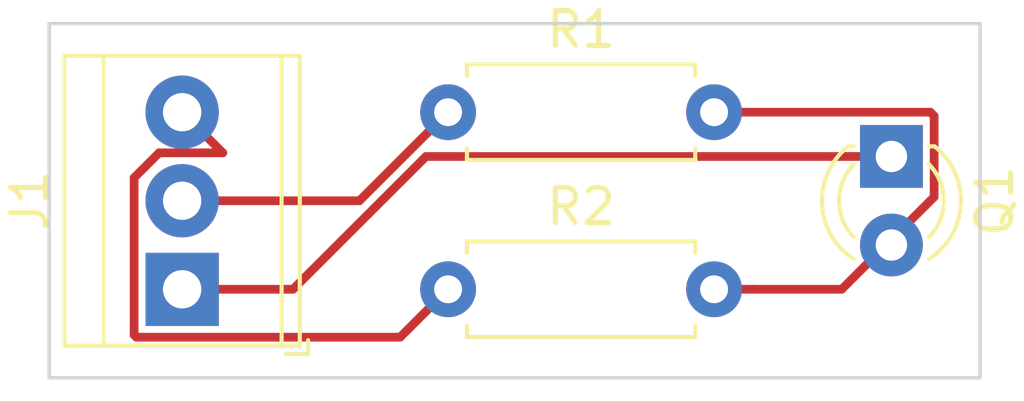
<source format=kicad_pcb>
(kicad_pcb (version 20171130) (host pcbnew "(5.1.4)-1")

  (general
    (thickness 1.6)
    (drawings 4)
    (tracks 20)
    (zones 0)
    (modules 4)
    (nets 5)
  )

  (page A4)
  (layers
    (0 F.Cu signal)
    (31 B.Cu signal)
    (33 F.Adhes user)
    (35 F.Paste user)
    (37 F.SilkS user)
    (39 F.Mask user)
    (40 Dwgs.User user)
    (41 Cmts.User user)
    (42 Eco1.User user)
    (43 Eco2.User user)
    (44 Edge.Cuts user)
    (45 Margin user)
    (46 B.CrtYd user)
    (47 F.CrtYd user)
    (49 F.Fab user)
  )

  (setup
    (last_trace_width 0.25)
    (trace_clearance 0.2)
    (zone_clearance 0.508)
    (zone_45_only no)
    (trace_min 0.2)
    (via_size 0.8)
    (via_drill 0.4)
    (via_min_size 0.4)
    (via_min_drill 0.3)
    (uvia_size 0.3)
    (uvia_drill 0.1)
    (uvias_allowed no)
    (uvia_min_size 0.2)
    (uvia_min_drill 0.1)
    (edge_width 0.05)
    (segment_width 0.2)
    (pcb_text_width 0.3)
    (pcb_text_size 1.5 1.5)
    (mod_edge_width 0.12)
    (mod_text_size 1 1)
    (mod_text_width 0.15)
    (pad_size 1.524 1.524)
    (pad_drill 0.762)
    (pad_to_mask_clearance 0.051)
    (solder_mask_min_width 0.25)
    (aux_axis_origin 0 0)
    (visible_elements 7FFFFFFF)
    (pcbplotparams
      (layerselection 0x010a8_ffffffff)
      (usegerberextensions false)
      (usegerberattributes false)
      (usegerberadvancedattributes false)
      (creategerberjobfile false)
      (excludeedgelayer true)
      (linewidth 0.100000)
      (plotframeref false)
      (viasonmask false)
      (mode 1)
      (useauxorigin false)
      (hpglpennumber 1)
      (hpglpenspeed 20)
      (hpglpendiameter 15.000000)
      (psnegative false)
      (psa4output false)
      (plotreference true)
      (plotvalue true)
      (plotinvisibletext false)
      (padsonsilk false)
      (subtractmaskfromsilk false)
      (outputformat 1)
      (mirror false)
      (drillshape 0)
      (scaleselection 1)
      (outputdirectory "./"))
  )

  (net 0 "")
  (net 1 "Net-(J1-Pad2)")
  (net 2 "Net-(Q1-Pad2)")
  (net 3 +3V3)
  (net 4 GND)

  (net_class Default "This is the default net class."
    (clearance 0.2)
    (trace_width 0.25)
    (via_dia 0.8)
    (via_drill 0.4)
    (uvia_dia 0.3)
    (uvia_drill 0.1)
    (add_net +3V3)
    (add_net GND)
    (add_net "Net-(J1-Pad2)")
    (add_net "Net-(Q1-Pad2)")
  )

  (module TerminalBlock_TE-Connectivity:TerminalBlock_TE_282834-3_1x03_P2.54mm_Horizontal (layer F.Cu) (tedit 5B1EC513) (tstamp 5E0131F2)
    (at 427.99 -53.34 90)
    (descr "Terminal Block TE 282834-3, 3 pins, pitch 2.54mm, size 8.08x6.5mm^2, drill diamater 1.1mm, pad diameter 2.1mm, see http://www.te.com/commerce/DocumentDelivery/DDEController?Action=showdoc&DocId=Customer+Drawing%7F282834%7FC1%7Fpdf%7FEnglish%7FENG_CD_282834_C1.pdf, script-generated using https://github.com/pointhi/kicad-footprint-generator/scripts/TerminalBlock_TE-Connectivity")
    (tags "THT Terminal Block TE 282834-3 pitch 2.54mm size 8.08x6.5mm^2 drill 1.1mm pad 2.1mm")
    (path /5E01A264)
    (fp_text reference J1 (at 2.54 -4.37 90) (layer F.SilkS)
      (effects (font (size 1 1) (thickness 0.15)))
    )
    (fp_text value Sensor (at 2.54 4.37 90) (layer F.Fab)
      (effects (font (size 1 1) (thickness 0.15)))
    )
    (fp_circle (center 0 0) (end 1.1 0) (layer F.Fab) (width 0.1))
    (fp_circle (center 2.54 0) (end 3.64 0) (layer F.Fab) (width 0.1))
    (fp_circle (center 5.08 0) (end 6.18 0) (layer F.Fab) (width 0.1))
    (fp_line (start -1.5 -3.25) (end 6.58 -3.25) (layer F.Fab) (width 0.1))
    (fp_line (start 6.58 -3.25) (end 6.58 3.25) (layer F.Fab) (width 0.1))
    (fp_line (start 6.58 3.25) (end -1.1 3.25) (layer F.Fab) (width 0.1))
    (fp_line (start -1.1 3.25) (end -1.5 2.85) (layer F.Fab) (width 0.1))
    (fp_line (start -1.5 2.85) (end -1.5 -3.25) (layer F.Fab) (width 0.1))
    (fp_line (start -1.5 2.85) (end 6.58 2.85) (layer F.Fab) (width 0.1))
    (fp_line (start -1.62 2.85) (end 6.7 2.85) (layer F.SilkS) (width 0.12))
    (fp_line (start -1.5 -2.25) (end 6.58 -2.25) (layer F.Fab) (width 0.1))
    (fp_line (start -1.62 -2.25) (end 6.7 -2.25) (layer F.SilkS) (width 0.12))
    (fp_line (start -1.62 -3.37) (end 6.7 -3.37) (layer F.SilkS) (width 0.12))
    (fp_line (start -1.62 3.37) (end 6.7 3.37) (layer F.SilkS) (width 0.12))
    (fp_line (start -1.62 -3.37) (end -1.62 3.37) (layer F.SilkS) (width 0.12))
    (fp_line (start 6.7 -3.37) (end 6.7 3.37) (layer F.SilkS) (width 0.12))
    (fp_line (start 0.835 -0.7) (end -0.701 0.835) (layer F.Fab) (width 0.1))
    (fp_line (start 0.701 -0.835) (end -0.835 0.7) (layer F.Fab) (width 0.1))
    (fp_line (start 3.375 -0.7) (end 1.84 0.835) (layer F.Fab) (width 0.1))
    (fp_line (start 3.241 -0.835) (end 1.706 0.7) (layer F.Fab) (width 0.1))
    (fp_line (start 5.915 -0.7) (end 4.38 0.835) (layer F.Fab) (width 0.1))
    (fp_line (start 5.781 -0.835) (end 4.246 0.7) (layer F.Fab) (width 0.1))
    (fp_line (start -1.86 2.97) (end -1.86 3.61) (layer F.SilkS) (width 0.12))
    (fp_line (start -1.86 3.61) (end -1.46 3.61) (layer F.SilkS) (width 0.12))
    (fp_line (start -2 -3.75) (end -2 3.75) (layer F.CrtYd) (width 0.05))
    (fp_line (start -2 3.75) (end 7.08 3.75) (layer F.CrtYd) (width 0.05))
    (fp_line (start 7.08 3.75) (end 7.08 -3.75) (layer F.CrtYd) (width 0.05))
    (fp_line (start 7.08 -3.75) (end -2 -3.75) (layer F.CrtYd) (width 0.05))
    (fp_text user %R (at 2.54 2 90) (layer F.Fab)
      (effects (font (size 1 1) (thickness 0.15)))
    )
    (pad 1 thru_hole rect (at 0 0 90) (size 2.1 2.1) (drill 1.1) (layers *.Cu *.Mask)
      (net 3 +3V3))
    (pad 2 thru_hole circle (at 2.54 0 90) (size 2.1 2.1) (drill 1.1) (layers *.Cu *.Mask)
      (net 1 "Net-(J1-Pad2)"))
    (pad 3 thru_hole circle (at 5.08 0 90) (size 2.1 2.1) (drill 1.1) (layers *.Cu *.Mask)
      (net 4 GND))
    (model ${KISYS3DMOD}/TerminalBlock_TE-Connectivity.3dshapes/TerminalBlock_TE_282834-3_1x03_P2.54mm_Horizontal.wrl
      (at (xyz 0 0 0))
      (scale (xyz 1 1 1))
      (rotate (xyz 0 0 0))
    )
  )

  (module LED_THT:LED_D3.0mm_Clear (layer F.Cu) (tedit 5A6C9BC0) (tstamp 5E0131A9)
    (at 448.31 -57.15 270)
    (descr "IR-LED, diameter 3.0mm, 2 pins, color: clear")
    (tags "IR infrared LED diameter 3.0mm 2 pins clear")
    (path /5E0199B8)
    (fp_text reference Q1 (at 1.27 -2.96 90) (layer F.SilkS)
      (effects (font (size 1 1) (thickness 0.15)))
    )
    (fp_text value SFH309 (at 1.27 2.96 90) (layer F.Fab)
      (effects (font (size 1 1) (thickness 0.15)))
    )
    (fp_text user %R (at 1.47 0 90) (layer F.Fab)
      (effects (font (size 0.8 0.8) (thickness 0.12)))
    )
    (fp_line (start -0.23 -1.16619) (end -0.23 1.16619) (layer F.Fab) (width 0.1))
    (fp_line (start -0.29 -1.236) (end -0.29 -1.08) (layer F.SilkS) (width 0.12))
    (fp_line (start -0.29 1.08) (end -0.29 1.236) (layer F.SilkS) (width 0.12))
    (fp_line (start -1.15 -2.25) (end -1.15 2.25) (layer F.CrtYd) (width 0.05))
    (fp_line (start -1.15 2.25) (end 3.7 2.25) (layer F.CrtYd) (width 0.05))
    (fp_line (start 3.7 2.25) (end 3.7 -2.25) (layer F.CrtYd) (width 0.05))
    (fp_line (start 3.7 -2.25) (end -1.15 -2.25) (layer F.CrtYd) (width 0.05))
    (fp_circle (center 1.27 0) (end 2.77 0) (layer F.Fab) (width 0.1))
    (fp_arc (start 1.27 0) (end -0.23 -1.16619) (angle 284.3) (layer F.Fab) (width 0.1))
    (fp_arc (start 1.27 0) (end -0.29 -1.235516) (angle 108.8) (layer F.SilkS) (width 0.12))
    (fp_arc (start 1.27 0) (end -0.29 1.235516) (angle -108.8) (layer F.SilkS) (width 0.12))
    (fp_arc (start 1.27 0) (end 0.229039 -1.08) (angle 87.9) (layer F.SilkS) (width 0.12))
    (fp_arc (start 1.27 0) (end 0.229039 1.08) (angle -87.9) (layer F.SilkS) (width 0.12))
    (pad 1 thru_hole rect (at 0 0 270) (size 1.8 1.8) (drill 0.9) (layers *.Cu *.Mask)
      (net 3 +3V3))
    (pad 2 thru_hole circle (at 2.54 0 270) (size 1.8 1.8) (drill 0.9) (layers *.Cu *.Mask)
      (net 2 "Net-(Q1-Pad2)"))
    (model ${KISYS3DMOD}/LED_THT.3dshapes/LED_D3.0mm_Clear.wrl
      (at (xyz 0 0 0))
      (scale (xyz 1 1 1))
      (rotate (xyz 0 0 0))
    )
  )

  (module Resistor_THT:R_Axial_DIN0207_L6.3mm_D2.5mm_P7.62mm_Horizontal (layer F.Cu) (tedit 5AE5139B) (tstamp 5E01324E)
    (at 435.61 -58.42)
    (descr "Resistor, Axial_DIN0207 series, Axial, Horizontal, pin pitch=7.62mm, 0.25W = 1/4W, length*diameter=6.3*2.5mm^2, http://cdn-reichelt.de/documents/datenblatt/B400/1_4W%23YAG.pdf")
    (tags "Resistor Axial_DIN0207 series Axial Horizontal pin pitch 7.62mm 0.25W = 1/4W length 6.3mm diameter 2.5mm")
    (path /5E01BF17)
    (fp_text reference R1 (at 3.81 -2.37) (layer F.SilkS)
      (effects (font (size 1 1) (thickness 0.15)))
    )
    (fp_text value 10K (at 3.81 2.37) (layer F.Fab)
      (effects (font (size 1 1) (thickness 0.15)))
    )
    (fp_line (start 0.66 -1.25) (end 0.66 1.25) (layer F.Fab) (width 0.1))
    (fp_line (start 0.66 1.25) (end 6.96 1.25) (layer F.Fab) (width 0.1))
    (fp_line (start 6.96 1.25) (end 6.96 -1.25) (layer F.Fab) (width 0.1))
    (fp_line (start 6.96 -1.25) (end 0.66 -1.25) (layer F.Fab) (width 0.1))
    (fp_line (start 0 0) (end 0.66 0) (layer F.Fab) (width 0.1))
    (fp_line (start 7.62 0) (end 6.96 0) (layer F.Fab) (width 0.1))
    (fp_line (start 0.54 -1.04) (end 0.54 -1.37) (layer F.SilkS) (width 0.12))
    (fp_line (start 0.54 -1.37) (end 7.08 -1.37) (layer F.SilkS) (width 0.12))
    (fp_line (start 7.08 -1.37) (end 7.08 -1.04) (layer F.SilkS) (width 0.12))
    (fp_line (start 0.54 1.04) (end 0.54 1.37) (layer F.SilkS) (width 0.12))
    (fp_line (start 0.54 1.37) (end 7.08 1.37) (layer F.SilkS) (width 0.12))
    (fp_line (start 7.08 1.37) (end 7.08 1.04) (layer F.SilkS) (width 0.12))
    (fp_line (start -1.05 -1.5) (end -1.05 1.5) (layer F.CrtYd) (width 0.05))
    (fp_line (start -1.05 1.5) (end 8.67 1.5) (layer F.CrtYd) (width 0.05))
    (fp_line (start 8.67 1.5) (end 8.67 -1.5) (layer F.CrtYd) (width 0.05))
    (fp_line (start 8.67 -1.5) (end -1.05 -1.5) (layer F.CrtYd) (width 0.05))
    (fp_text user %R (at 3.81 0) (layer F.Fab)
      (effects (font (size 1 1) (thickness 0.15)))
    )
    (pad 1 thru_hole circle (at 0 0) (size 1.6 1.6) (drill 0.8) (layers *.Cu *.Mask)
      (net 1 "Net-(J1-Pad2)"))
    (pad 2 thru_hole oval (at 7.62 0) (size 1.6 1.6) (drill 0.8) (layers *.Cu *.Mask)
      (net 2 "Net-(Q1-Pad2)"))
    (model ${KISYS3DMOD}/Resistor_THT.3dshapes/R_Axial_DIN0207_L6.3mm_D2.5mm_P7.62mm_Horizontal.wrl
      (at (xyz 0 0 0))
      (scale (xyz 1 1 1))
      (rotate (xyz 0 0 0))
    )
  )

  (module Resistor_THT:R_Axial_DIN0207_L6.3mm_D2.5mm_P7.62mm_Horizontal (layer F.Cu) (tedit 5AE5139B) (tstamp 5E01316A)
    (at 435.61 -53.34)
    (descr "Resistor, Axial_DIN0207 series, Axial, Horizontal, pin pitch=7.62mm, 0.25W = 1/4W, length*diameter=6.3*2.5mm^2, http://cdn-reichelt.de/documents/datenblatt/B400/1_4W%23YAG.pdf")
    (tags "Resistor Axial_DIN0207 series Axial Horizontal pin pitch 7.62mm 0.25W = 1/4W length 6.3mm diameter 2.5mm")
    (path /5E01C296)
    (fp_text reference R2 (at 3.81 -2.37) (layer F.SilkS)
      (effects (font (size 1 1) (thickness 0.15)))
    )
    (fp_text value 10K (at 3.81 2.37) (layer F.Fab)
      (effects (font (size 1 1) (thickness 0.15)))
    )
    (fp_text user %R (at 3.81 0) (layer F.Fab)
      (effects (font (size 1 1) (thickness 0.15)))
    )
    (fp_line (start 8.67 -1.5) (end -1.05 -1.5) (layer F.CrtYd) (width 0.05))
    (fp_line (start 8.67 1.5) (end 8.67 -1.5) (layer F.CrtYd) (width 0.05))
    (fp_line (start -1.05 1.5) (end 8.67 1.5) (layer F.CrtYd) (width 0.05))
    (fp_line (start -1.05 -1.5) (end -1.05 1.5) (layer F.CrtYd) (width 0.05))
    (fp_line (start 7.08 1.37) (end 7.08 1.04) (layer F.SilkS) (width 0.12))
    (fp_line (start 0.54 1.37) (end 7.08 1.37) (layer F.SilkS) (width 0.12))
    (fp_line (start 0.54 1.04) (end 0.54 1.37) (layer F.SilkS) (width 0.12))
    (fp_line (start 7.08 -1.37) (end 7.08 -1.04) (layer F.SilkS) (width 0.12))
    (fp_line (start 0.54 -1.37) (end 7.08 -1.37) (layer F.SilkS) (width 0.12))
    (fp_line (start 0.54 -1.04) (end 0.54 -1.37) (layer F.SilkS) (width 0.12))
    (fp_line (start 7.62 0) (end 6.96 0) (layer F.Fab) (width 0.1))
    (fp_line (start 0 0) (end 0.66 0) (layer F.Fab) (width 0.1))
    (fp_line (start 6.96 -1.25) (end 0.66 -1.25) (layer F.Fab) (width 0.1))
    (fp_line (start 6.96 1.25) (end 6.96 -1.25) (layer F.Fab) (width 0.1))
    (fp_line (start 0.66 1.25) (end 6.96 1.25) (layer F.Fab) (width 0.1))
    (fp_line (start 0.66 -1.25) (end 0.66 1.25) (layer F.Fab) (width 0.1))
    (pad 2 thru_hole oval (at 7.62 0) (size 1.6 1.6) (drill 0.8) (layers *.Cu *.Mask)
      (net 2 "Net-(Q1-Pad2)"))
    (pad 1 thru_hole circle (at 0 0) (size 1.6 1.6) (drill 0.8) (layers *.Cu *.Mask)
      (net 4 GND))
    (model ${KISYS3DMOD}/Resistor_THT.3dshapes/R_Axial_DIN0207_L6.3mm_D2.5mm_P7.62mm_Horizontal.wrl
      (at (xyz 0 0 0))
      (scale (xyz 1 1 1))
      (rotate (xyz 0 0 0))
    )
  )

  (gr_line (start 424.18 -50.8) (end 424.18 -60.96) (layer Edge.Cuts) (width 0.1))
  (gr_line (start 450.85 -50.8) (end 424.18 -50.8) (layer Edge.Cuts) (width 0.1))
  (gr_line (start 450.85 -60.96) (end 450.85 -50.8) (layer Edge.Cuts) (width 0.1))
  (gr_line (start 424.18 -60.96) (end 450.85 -60.96) (layer Edge.Cuts) (width 0.1))

  (segment (start 433.07 -55.88) (end 435.61 -58.42) (width 0.25) (layer F.Cu) (net 1))
  (segment (start 427.99 -55.88) (end 433.07 -55.88) (width 0.25) (layer F.Cu) (net 1))
  (segment (start 444.36137 -53.34) (end 443.23 -53.34) (width 0.25) (layer F.Cu) (net 2))
  (segment (start 446.885002 -53.34) (end 444.36137 -53.34) (width 0.25) (layer F.Cu) (net 2))
  (segment (start 449.535001 -55.989999) (end 446.885002 -53.34) (width 0.25) (layer F.Cu) (net 2))
  (segment (start 449.535001 -58.310001) (end 449.535001 -55.989999) (width 0.25) (layer F.Cu) (net 2))
  (segment (start 449.425002 -58.42) (end 449.535001 -58.310001) (width 0.25) (layer F.Cu) (net 2))
  (segment (start 443.23 -58.42) (end 449.425002 -58.42) (width 0.25) (layer F.Cu) (net 2))
  (segment (start 447.16 -57.15) (end 448.31 -57.15) (width 0.25) (layer F.Cu) (net 3))
  (segment (start 434.97641 -57.15) (end 447.16 -57.15) (width 0.25) (layer F.Cu) (net 3))
  (segment (start 431.16641 -53.34) (end 434.97641 -57.15) (width 0.25) (layer F.Cu) (net 3))
  (segment (start 427.99 -53.34) (end 431.16641 -53.34) (width 0.25) (layer F.Cu) (net 3))
  (segment (start 434.810001 -52.540001) (end 435.61 -53.34) (width 0.25) (layer F.Cu) (net 4))
  (segment (start 434.234999 -51.964999) (end 434.810001 -52.540001) (width 0.25) (layer F.Cu) (net 4))
  (segment (start 426.679999 -51.964999) (end 434.234999 -51.964999) (width 0.25) (layer F.Cu) (net 4))
  (segment (start 426.614999 -52.029999) (end 426.679999 -51.964999) (width 0.25) (layer F.Cu) (net 4))
  (segment (start 426.614999 -56.540001) (end 426.614999 -52.029999) (width 0.25) (layer F.Cu) (net 4))
  (segment (start 427.329999 -57.255001) (end 426.614999 -56.540001) (width 0.25) (layer F.Cu) (net 4))
  (segment (start 429.154999 -57.255001) (end 427.329999 -57.255001) (width 0.25) (layer F.Cu) (net 4))
  (segment (start 427.99 -58.42) (end 429.154999 -57.255001) (width 0.25) (layer F.Cu) (net 4))

)

</source>
